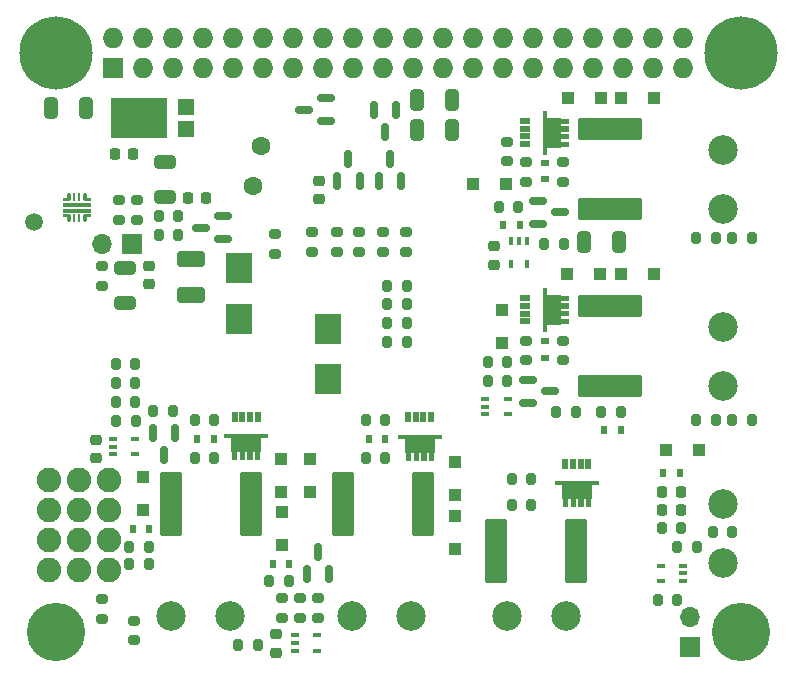
<source format=gbr>
G04 #@! TF.GenerationSoftware,KiCad,Pcbnew,8.0.2+dfsg-1*
G04 #@! TF.CreationDate,2024-06-08T19:17:01+01:00*
G04 #@! TF.ProjectId,owl-driver-board,6f776c2d-6472-4697-9665-722d626f6172,rev?*
G04 #@! TF.SameCoordinates,Original*
G04 #@! TF.FileFunction,Soldermask,Bot*
G04 #@! TF.FilePolarity,Negative*
%FSLAX46Y46*%
G04 Gerber Fmt 4.6, Leading zero omitted, Abs format (unit mm)*
G04 Created by KiCad (PCBNEW 8.0.2+dfsg-1) date 2024-06-08 19:17:01*
%MOMM*%
%LPD*%
G01*
G04 APERTURE LIST*
G04 Aperture macros list*
%AMRoundRect*
0 Rectangle with rounded corners*
0 $1 Rounding radius*
0 $2 $3 $4 $5 $6 $7 $8 $9 X,Y pos of 4 corners*
0 Add a 4 corners polygon primitive as box body*
4,1,4,$2,$3,$4,$5,$6,$7,$8,$9,$2,$3,0*
0 Add four circle primitives for the rounded corners*
1,1,$1+$1,$2,$3*
1,1,$1+$1,$4,$5*
1,1,$1+$1,$6,$7*
1,1,$1+$1,$8,$9*
0 Add four rect primitives between the rounded corners*
20,1,$1+$1,$2,$3,$4,$5,0*
20,1,$1+$1,$4,$5,$6,$7,0*
20,1,$1+$1,$6,$7,$8,$9,0*
20,1,$1+$1,$8,$9,$2,$3,0*%
%AMFreePoly0*
4,1,5,0.225000,-0.400000,-0.225000,-0.400000,-0.225000,0.400000,0.225000,0.400000,0.225000,-0.400000,0.225000,-0.400000,$1*%
%AMFreePoly1*
4,1,29,0.150000,1.240000,0.200000,1.240000,0.200000,-1.260000,0.150000,-1.260000,0.150000,-1.860000,-0.150000,-1.860000,-0.150000,-1.260000,-1.350000,-1.260000,-1.350000,-1.210000,-2.050000,-1.210000,-2.050000,-0.760000,-1.350000,-0.760000,-1.350000,-0.560000,-2.050000,-0.560000,-2.050000,-0.110000,-1.350000,-0.110000,-1.350000,0.090000,-2.050000,0.090000,-2.050000,0.540000,-1.350000,0.540000,
-1.350000,0.740000,-2.050000,0.740000,-2.050000,1.190000,-1.350000,1.190000,-1.350000,1.240000,-0.150000,1.240000,-0.150000,1.840000,0.150000,1.840000,0.150000,1.240000,0.150000,1.240000,$1*%
%AMFreePoly2*
4,1,27,0.269134,0.146194,0.285355,0.135355,0.296194,0.119134,0.300000,0.100000,0.300000,-0.450000,0.296194,-0.469134,0.285355,-0.485355,0.269134,-0.496194,0.250000,-0.500000,0.100000,-0.500000,0.080866,-0.496194,0.064645,-0.485355,0.053806,-0.469134,0.050000,-0.450000,0.050000,-0.150000,-0.250000,-0.150000,-0.269134,-0.146194,-0.285355,-0.135355,-0.296194,-0.119134,-0.300000,-0.100000,
-0.300000,0.100000,-0.296194,0.119134,-0.285355,0.135355,-0.269134,0.146194,-0.250000,0.150000,0.250000,0.150000,0.269134,0.146194,0.269134,0.146194,$1*%
%AMFreePoly3*
4,1,28,0.269134,0.496194,0.285355,0.485355,0.296194,0.469134,0.300000,0.450000,0.300000,-0.100000,0.296194,-0.119134,0.285355,-0.135355,0.269134,-0.146194,0.250000,-0.150000,0.000000,-0.150000,-0.250000,-0.150000,-0.269134,-0.146194,-0.285355,-0.135355,-0.296194,-0.119134,-0.300000,-0.100000,-0.300000,0.100000,-0.296194,0.119134,-0.285355,0.135355,-0.269134,0.146194,-0.250000,0.150000,
0.050000,0.150000,0.050000,0.450000,0.053806,0.469134,0.064645,0.485355,0.080866,0.496194,0.100000,0.500000,0.250000,0.500000,0.269134,0.496194,0.269134,0.496194,$1*%
%AMFreePoly4*
4,1,28,-0.080866,0.496194,-0.064645,0.485355,-0.053806,0.469134,-0.050000,0.450000,-0.050000,0.150000,0.250000,0.150000,0.269134,0.146194,0.285355,0.135355,0.296194,0.119134,0.300000,0.100000,0.300000,-0.100000,0.296194,-0.119134,0.285355,-0.135355,0.269134,-0.146194,0.250000,-0.150000,0.000000,-0.150000,-0.250000,-0.150000,-0.269134,-0.146194,-0.285355,-0.135355,-0.296194,-0.119134,
-0.300000,-0.100000,-0.300000,0.450000,-0.296194,0.469134,-0.285355,0.485355,-0.269134,0.496194,-0.250000,0.500000,-0.100000,0.500000,-0.080866,0.496194,-0.080866,0.496194,$1*%
%AMFreePoly5*
4,1,27,0.269134,0.146194,0.285355,0.135355,0.296194,0.119134,0.300000,0.100000,0.300000,-0.100000,0.296194,-0.119134,0.285355,-0.135355,0.269134,-0.146194,0.250000,-0.150000,-0.050000,-0.150000,-0.050000,-0.450000,-0.053806,-0.469134,-0.064645,-0.485355,-0.080866,-0.496194,-0.100000,-0.500000,-0.250000,-0.500000,-0.269134,-0.496194,-0.285355,-0.485355,-0.296194,-0.469134,-0.300000,-0.450000,
-0.300000,0.100000,-0.296194,0.119134,-0.285355,0.135355,-0.269134,0.146194,-0.250000,0.150000,0.250000,0.150000,0.269134,0.146194,0.269134,0.146194,$1*%
G04 Aperture macros list end*
%ADD10C,6.200000*%
%ADD11C,4.950000*%
%ADD12R,1.727200X1.727200*%
%ADD13O,1.727200X1.727200*%
%ADD14C,2.082800*%
%ADD15C,2.500000*%
%ADD16R,1.700000X1.700000*%
%ADD17O,1.700000X1.700000*%
%ADD18R,0.600000X0.700000*%
%ADD19R,1.100000X1.100000*%
%ADD20RoundRect,0.150000X0.587500X0.150000X-0.587500X0.150000X-0.587500X-0.150000X0.587500X-0.150000X0*%
%ADD21RoundRect,0.250000X-0.712500X-2.475000X0.712500X-2.475000X0.712500X2.475000X-0.712500X2.475000X0*%
%ADD22RoundRect,0.200000X-0.200000X-0.275000X0.200000X-0.275000X0.200000X0.275000X-0.200000X0.275000X0*%
%ADD23RoundRect,0.200000X0.200000X0.275000X-0.200000X0.275000X-0.200000X-0.275000X0.200000X-0.275000X0*%
%ADD24RoundRect,0.150000X0.150000X-0.587500X0.150000X0.587500X-0.150000X0.587500X-0.150000X-0.587500X0*%
%ADD25RoundRect,0.250000X0.325000X0.650000X-0.325000X0.650000X-0.325000X-0.650000X0.325000X-0.650000X0*%
%ADD26FreePoly0,180.000000*%
%ADD27FreePoly1,90.000000*%
%ADD28RoundRect,0.200000X-0.275000X0.200000X-0.275000X-0.200000X0.275000X-0.200000X0.275000X0.200000X0*%
%ADD29RoundRect,0.225000X0.250000X-0.225000X0.250000X0.225000X-0.250000X0.225000X-0.250000X-0.225000X0*%
%ADD30RoundRect,0.200000X0.275000X-0.200000X0.275000X0.200000X-0.275000X0.200000X-0.275000X-0.200000X0*%
%ADD31RoundRect,0.225000X-0.250000X0.225000X-0.250000X-0.225000X0.250000X-0.225000X0.250000X0.225000X0*%
%ADD32R,0.700000X0.600000*%
%ADD33RoundRect,0.100000X-0.225000X-0.100000X0.225000X-0.100000X0.225000X0.100000X-0.225000X0.100000X0*%
%ADD34RoundRect,0.150000X-0.150000X0.587500X-0.150000X-0.587500X0.150000X-0.587500X0.150000X0.587500X0*%
%ADD35C,1.500000*%
%ADD36R,2.300000X2.500000*%
%ADD37RoundRect,0.100000X0.225000X0.100000X-0.225000X0.100000X-0.225000X-0.100000X0.225000X-0.100000X0*%
%ADD38FreePoly0,270.000000*%
%ADD39FreePoly1,180.000000*%
%ADD40RoundRect,0.250000X-0.325000X-0.650000X0.325000X-0.650000X0.325000X0.650000X-0.325000X0.650000X0*%
%ADD41RoundRect,0.250000X-2.475000X0.712500X-2.475000X-0.712500X2.475000X-0.712500X2.475000X0.712500X0*%
%ADD42RoundRect,0.250000X0.712500X2.475000X-0.712500X2.475000X-0.712500X-2.475000X0.712500X-2.475000X0*%
%ADD43RoundRect,0.100000X-0.100000X0.225000X-0.100000X-0.225000X0.100000X-0.225000X0.100000X0.225000X0*%
%ADD44RoundRect,0.150000X-0.587500X-0.150000X0.587500X-0.150000X0.587500X0.150000X-0.587500X0.150000X0*%
%ADD45RoundRect,0.250000X0.650000X-0.325000X0.650000X0.325000X-0.650000X0.325000X-0.650000X-0.325000X0*%
%ADD46R,4.860000X3.360000*%
%ADD47R,1.400000X1.390000*%
%ADD48RoundRect,0.250000X-0.650000X0.325000X-0.650000X-0.325000X0.650000X-0.325000X0.650000X0.325000X0*%
%ADD49RoundRect,0.225000X0.225000X0.250000X-0.225000X0.250000X-0.225000X-0.250000X0.225000X-0.250000X0*%
%ADD50RoundRect,0.225000X-0.225000X-0.250000X0.225000X-0.250000X0.225000X0.250000X-0.225000X0.250000X0*%
%ADD51RoundRect,0.250000X-0.925000X0.412500X-0.925000X-0.412500X0.925000X-0.412500X0.925000X0.412500X0*%
%ADD52FreePoly2,90.000000*%
%ADD53RoundRect,0.050000X0.075000X-0.250000X0.075000X0.250000X-0.075000X0.250000X-0.075000X-0.250000X0*%
%ADD54FreePoly3,90.000000*%
%ADD55RoundRect,0.050000X1.150000X-0.100000X1.150000X0.100000X-1.150000X0.100000X-1.150000X-0.100000X0*%
%ADD56FreePoly4,90.000000*%
%ADD57FreePoly5,90.000000*%
%ADD58C,1.600000*%
G04 APERTURE END LIST*
D10*
X61500000Y-4000000D03*
X3500000Y-4000000D03*
D11*
X3500000Y-53000000D03*
X61500000Y-53000000D03*
D12*
X8370000Y-5270000D03*
D13*
X8370000Y-2730000D03*
X10910000Y-5270000D03*
X10910000Y-2730000D03*
X13450000Y-5270000D03*
X13450000Y-2730000D03*
X15990000Y-5270000D03*
X15990000Y-2730000D03*
X18530000Y-5270000D03*
X18530000Y-2730000D03*
X21070000Y-5270000D03*
X21070000Y-2730000D03*
X23610000Y-5270000D03*
X23610000Y-2730000D03*
X26150000Y-5270000D03*
X26150000Y-2730000D03*
X28690000Y-5270000D03*
X28690000Y-2730000D03*
X31230000Y-5270000D03*
X31230000Y-2730000D03*
X33770000Y-5270000D03*
X33770000Y-2730000D03*
X36310000Y-5270000D03*
X36310000Y-2730000D03*
X38850000Y-5270000D03*
X38850000Y-2730000D03*
X41390000Y-5270000D03*
X41390000Y-2730000D03*
X43930000Y-5270000D03*
X43930000Y-2730000D03*
X46470000Y-5270000D03*
X46470000Y-2730000D03*
X49010000Y-5270000D03*
X49010000Y-2730000D03*
X51550000Y-5270000D03*
X51550000Y-2730000D03*
X54090000Y-5270000D03*
X54090000Y-2730000D03*
X56630000Y-5270000D03*
X56630000Y-2730000D03*
D14*
X2920000Y-40170000D03*
X2920000Y-42710000D03*
X2920000Y-45250000D03*
X2920000Y-47790000D03*
D15*
X60050000Y-32200000D03*
X60050000Y-27200000D03*
X60012500Y-47200000D03*
X60012500Y-42200000D03*
X41700000Y-51650000D03*
X46700000Y-51650000D03*
X13300000Y-51650000D03*
X18300000Y-51650000D03*
D16*
X10000000Y-20200000D03*
D17*
X7460000Y-20200000D03*
D15*
X60050000Y-17250000D03*
X60050000Y-12250000D03*
D16*
X57250000Y-54275000D03*
D17*
X57250000Y-51735000D03*
D15*
X28625000Y-51650000D03*
X33625000Y-51650000D03*
D14*
X8020000Y-47790000D03*
X5480000Y-47790000D03*
X8020000Y-45250000D03*
X5480000Y-45250000D03*
X8020000Y-42710000D03*
X5480000Y-42710000D03*
X8020000Y-40170000D03*
X5480000Y-40170000D03*
D18*
X56350000Y-39600000D03*
X54950000Y-39600000D03*
D19*
X51400000Y-7800000D03*
X54200000Y-7800000D03*
X22600000Y-38400000D03*
X22600000Y-41200000D03*
D20*
X26437500Y-7850000D03*
X26437500Y-9750000D03*
X24562500Y-8800000D03*
D21*
X40812500Y-46200000D03*
X47587500Y-46200000D03*
D22*
X31575000Y-26900000D03*
X33225000Y-26900000D03*
D23*
X43775000Y-42300000D03*
X42125000Y-42300000D03*
D19*
X46900000Y-7800000D03*
X49700000Y-7800000D03*
D24*
X32750000Y-14837500D03*
X30850000Y-14837500D03*
X31800000Y-12962500D03*
D25*
X37075000Y-8000000D03*
X34125000Y-8000000D03*
D26*
X35300000Y-34850000D03*
D27*
X34315000Y-36500000D03*
D26*
X34650000Y-34850000D03*
X34000000Y-34850000D03*
X33350000Y-34850000D03*
D19*
X22650000Y-42900000D03*
X22650000Y-45700000D03*
D28*
X27300000Y-19175000D03*
X27300000Y-20825000D03*
D22*
X21575000Y-48700000D03*
X23225000Y-48700000D03*
D29*
X22200000Y-54775000D03*
X22200000Y-53225000D03*
D23*
X59375000Y-35100000D03*
X57725000Y-35100000D03*
D30*
X25750000Y-51825000D03*
X25750000Y-50175000D03*
D18*
X41400000Y-18550000D03*
X42800000Y-18550000D03*
X30000000Y-36700000D03*
X31400000Y-36700000D03*
D23*
X10250000Y-30375000D03*
X8600000Y-30375000D03*
D31*
X11400000Y-22025000D03*
X11400000Y-23575000D03*
D23*
X57775000Y-45800000D03*
X56125000Y-45800000D03*
D32*
X44900000Y-29800000D03*
X44900000Y-28400000D03*
D19*
X37350000Y-38600000D03*
X37350000Y-41400000D03*
D23*
X59375000Y-19700000D03*
X57725000Y-19700000D03*
D33*
X39900000Y-34600000D03*
X39900000Y-33950000D03*
X39900000Y-33300000D03*
X41800000Y-33300000D03*
X41800000Y-34600000D03*
D30*
X41700000Y-13175000D03*
X41700000Y-11525000D03*
D23*
X56475000Y-44250000D03*
X54825000Y-44250000D03*
X47525000Y-34400000D03*
X45875000Y-34400000D03*
D29*
X40600000Y-21925000D03*
X40600000Y-20375000D03*
D23*
X13875000Y-19400000D03*
X12225000Y-19400000D03*
D22*
X40075000Y-31750000D03*
X41725000Y-31750000D03*
D18*
X15500000Y-36700000D03*
X16900000Y-36700000D03*
D19*
X25000000Y-38400000D03*
X25000000Y-41200000D03*
D26*
X20625000Y-34800000D03*
D27*
X19640000Y-36450000D03*
D26*
X19975000Y-34800000D03*
X19325000Y-34800000D03*
X18675000Y-34800000D03*
D23*
X11375000Y-47300000D03*
X9725000Y-47300000D03*
X10275000Y-35125000D03*
X8625000Y-35125000D03*
D32*
X44900000Y-14700000D03*
X44900000Y-13300000D03*
D34*
X11750000Y-36162500D03*
X13650000Y-36162500D03*
X12700000Y-38037500D03*
D19*
X51350000Y-22750000D03*
X54150000Y-22750000D03*
D22*
X31575000Y-25300000D03*
X33225000Y-25300000D03*
D19*
X46800000Y-22750000D03*
X49600000Y-22750000D03*
D22*
X31575000Y-28500000D03*
X33225000Y-28500000D03*
D35*
X1700000Y-18300000D03*
D23*
X56125000Y-50300000D03*
X54475000Y-50300000D03*
D18*
X10050000Y-44300000D03*
X11450000Y-44300000D03*
D19*
X38850000Y-15100000D03*
X41650000Y-15100000D03*
D30*
X22650000Y-51825000D03*
X22650000Y-50175000D03*
D36*
X26600000Y-31650000D03*
X26600000Y-27350000D03*
D19*
X58000000Y-37650000D03*
X55200000Y-37650000D03*
D28*
X8850000Y-16475000D03*
X8850000Y-18125000D03*
D37*
X56650000Y-47400000D03*
X56650000Y-48050000D03*
X56650000Y-48700000D03*
X54750000Y-48700000D03*
X54750000Y-47400000D03*
D24*
X26650000Y-48137500D03*
X24750000Y-48137500D03*
X25700000Y-46262500D03*
D23*
X41725000Y-30200000D03*
X40075000Y-30200000D03*
D22*
X60775000Y-19700000D03*
X62425000Y-19700000D03*
D30*
X7450000Y-51925000D03*
X7450000Y-50275000D03*
D38*
X43250000Y-24775000D03*
D39*
X44900000Y-25760000D03*
D38*
X43250000Y-25425000D03*
X43250000Y-26075000D03*
X43250000Y-26725000D03*
D40*
X48225000Y-20000000D03*
X51175000Y-20000000D03*
D23*
X11375000Y-45800000D03*
X9725000Y-45800000D03*
D29*
X6950000Y-38300000D03*
X6950000Y-36750000D03*
D23*
X10250000Y-33550000D03*
X8600000Y-33550000D03*
D20*
X17675000Y-17850000D03*
X17675000Y-19750000D03*
X15800000Y-18800000D03*
D41*
X50400000Y-10412500D03*
X50400000Y-17187500D03*
D18*
X23300000Y-47250000D03*
X21900000Y-47250000D03*
D28*
X25200000Y-19187500D03*
X25200000Y-20837500D03*
X29200000Y-19187500D03*
X29200000Y-20837500D03*
D42*
X34637500Y-42200000D03*
X27862500Y-42200000D03*
D24*
X29250000Y-14837500D03*
X27350000Y-14837500D03*
X28300000Y-12962500D03*
D23*
X31425000Y-35100000D03*
X29775000Y-35100000D03*
X20625000Y-54100000D03*
X18975000Y-54100000D03*
D28*
X31200000Y-19187500D03*
X31200000Y-20837500D03*
X33200000Y-19175000D03*
X33200000Y-20825000D03*
D26*
X48600000Y-38792500D03*
D27*
X47615000Y-40442500D03*
D26*
X47950000Y-38792500D03*
X47300000Y-38792500D03*
X46650000Y-38792500D03*
D18*
X51350000Y-35900000D03*
X49950000Y-35900000D03*
D19*
X41300000Y-25800000D03*
X41300000Y-28600000D03*
D43*
X42100000Y-19950000D03*
X42750000Y-19950000D03*
X43400000Y-19950000D03*
X43400000Y-21850000D03*
X42100000Y-21850000D03*
D44*
X44362500Y-18450000D03*
X44362500Y-16550000D03*
X46237500Y-17500000D03*
D33*
X23750000Y-54600000D03*
X23750000Y-53950000D03*
X23750000Y-53300000D03*
X25650000Y-53300000D03*
X25650000Y-54600000D03*
D19*
X37350000Y-43200000D03*
X37350000Y-46000000D03*
D33*
X8350000Y-38000000D03*
X8350000Y-37350000D03*
X8350000Y-36700000D03*
X10250000Y-36700000D03*
X10250000Y-38000000D03*
D45*
X12800000Y-16175000D03*
X12800000Y-13225000D03*
D44*
X43512500Y-33600000D03*
X43512500Y-31700000D03*
X45387500Y-32650000D03*
D23*
X42675000Y-17050000D03*
X41025000Y-17050000D03*
D31*
X25800000Y-14825000D03*
X25800000Y-16375000D03*
D30*
X24200000Y-51825000D03*
X24200000Y-50175000D03*
D28*
X43300000Y-13275000D03*
X43300000Y-14925000D03*
D23*
X13425000Y-34300000D03*
X11775000Y-34300000D03*
D22*
X29775000Y-38300000D03*
X31425000Y-38300000D03*
X31575000Y-23700000D03*
X33225000Y-23700000D03*
X59125000Y-44550000D03*
X60775000Y-44550000D03*
D30*
X10100000Y-53725000D03*
X10100000Y-52075000D03*
X46500000Y-30025000D03*
X46500000Y-28375000D03*
D23*
X10250000Y-31975000D03*
X8600000Y-31975000D03*
D30*
X46500000Y-14925000D03*
X46500000Y-13275000D03*
D28*
X22100000Y-19375000D03*
X22100000Y-21025000D03*
D34*
X30450000Y-8862500D03*
X32350000Y-8862500D03*
X31400000Y-10737500D03*
D23*
X62425000Y-35100000D03*
X60775000Y-35100000D03*
D46*
X10580000Y-9500000D03*
D47*
X14562000Y-8580000D03*
X14562000Y-10420000D03*
D25*
X37075000Y-10500000D03*
X34125000Y-10500000D03*
D23*
X46525000Y-20200000D03*
X44875000Y-20200000D03*
D42*
X20087500Y-42200000D03*
X13312500Y-42200000D03*
D22*
X15275000Y-38300000D03*
X16925000Y-38300000D03*
D48*
X9400000Y-22225000D03*
X9400000Y-25175000D03*
D30*
X10400000Y-18125000D03*
X10400000Y-16475000D03*
D49*
X56425000Y-41150000D03*
X54875000Y-41150000D03*
D38*
X43250000Y-9775000D03*
D39*
X44900000Y-10760000D03*
D38*
X43250000Y-10425000D03*
X43250000Y-11075000D03*
X43250000Y-11725000D03*
D50*
X14725000Y-16250000D03*
X16275000Y-16250000D03*
D23*
X13875000Y-17850000D03*
X12225000Y-17850000D03*
D30*
X7400000Y-23725000D03*
X7400000Y-22075000D03*
D51*
X15000000Y-21462500D03*
X15000000Y-24537500D03*
D52*
X6000000Y-18000000D03*
D53*
X5525000Y-18000000D03*
X5075000Y-18000000D03*
D54*
X4600000Y-18000000D03*
D55*
X5300000Y-17350000D03*
X5300000Y-16850000D03*
D56*
X4600000Y-16200000D03*
D53*
X5075000Y-16200000D03*
X5525000Y-16200000D03*
D57*
X6000000Y-16200000D03*
D49*
X10075000Y-12600000D03*
X8525000Y-12600000D03*
D58*
X20250000Y-15300000D03*
X20857769Y-11853173D03*
D49*
X56425000Y-42700000D03*
X54875000Y-42700000D03*
D23*
X43775000Y-40100000D03*
X42125000Y-40100000D03*
D22*
X49700000Y-34400000D03*
X51350000Y-34400000D03*
D23*
X16925000Y-35100000D03*
X15275000Y-35100000D03*
D28*
X43300000Y-28375000D03*
X43300000Y-30025000D03*
D19*
X10900000Y-39900000D03*
X10900000Y-42700000D03*
D36*
X19000000Y-22250000D03*
X19000000Y-26550000D03*
D41*
X50400000Y-25412500D03*
X50400000Y-32187500D03*
D40*
X3125000Y-8625000D03*
X6075000Y-8625000D03*
M02*

</source>
